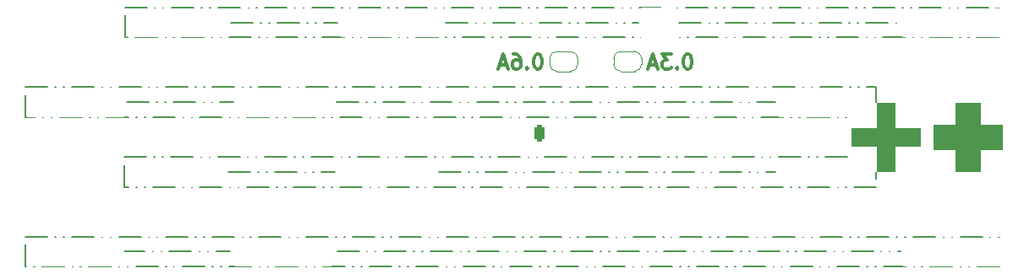
<source format=gbo>
G04 #@! TF.GenerationSoftware,KiCad,Pcbnew,9.0.2*
G04 #@! TF.CreationDate,2025-07-16T03:37:52+03:00*
G04 #@! TF.ProjectId,dcesc-ga25,64636573-632d-4676-9132-352e6b696361,rev?*
G04 #@! TF.SameCoordinates,Original*
G04 #@! TF.FileFunction,Legend,Bot*
G04 #@! TF.FilePolarity,Positive*
%FSLAX46Y46*%
G04 Gerber Fmt 4.6, Leading zero omitted, Abs format (unit mm)*
G04 Created by KiCad (PCBNEW 9.0.2) date 2025-07-16 03:37:52*
%MOMM*%
%LPD*%
G01*
G04 APERTURE LIST*
G04 Aperture macros list*
%AMRoundRect*
0 Rectangle with rounded corners*
0 $1 Rounding radius*
0 $2 $3 $4 $5 $6 $7 $8 $9 X,Y pos of 4 corners*
0 Add a 4 corners polygon primitive as box body*
4,1,4,$2,$3,$4,$5,$6,$7,$8,$9,$2,$3,0*
0 Add four circle primitives for the rounded corners*
1,1,$1+$1,$2,$3*
1,1,$1+$1,$4,$5*
1,1,$1+$1,$6,$7*
1,1,$1+$1,$8,$9*
0 Add four rect primitives between the rounded corners*
20,1,$1+$1,$2,$3,$4,$5,0*
20,1,$1+$1,$4,$5,$6,$7,0*
20,1,$1+$1,$6,$7,$8,$9,0*
20,1,$1+$1,$8,$9,$2,$3,0*%
%AMFreePoly0*
4,1,23,0.500000,-0.750000,0.000000,-0.750000,0.000000,-0.745722,-0.065263,-0.745722,-0.191342,-0.711940,-0.304381,-0.646677,-0.396677,-0.554381,-0.461940,-0.441342,-0.495722,-0.315263,-0.495722,-0.250000,-0.500000,-0.250000,-0.500000,0.250000,-0.495722,0.250000,-0.495722,0.315263,-0.461940,0.441342,-0.396677,0.554381,-0.304381,0.646677,-0.191342,0.711940,-0.065263,0.745722,0.000000,0.745722,
0.000000,0.750000,0.500000,0.750000,0.500000,-0.750000,0.500000,-0.750000,$1*%
%AMFreePoly1*
4,1,23,0.000000,0.745722,0.065263,0.745722,0.191342,0.711940,0.304381,0.646677,0.396677,0.554381,0.461940,0.441342,0.495722,0.315263,0.495722,0.250000,0.500000,0.250000,0.500000,-0.250000,0.495722,-0.250000,0.495722,-0.315263,0.461940,-0.441342,0.396677,-0.554381,0.304381,-0.646677,0.191342,-0.711940,0.065263,-0.745722,0.000000,-0.745722,0.000000,-0.750000,-0.500000,-0.750000,
-0.500000,0.750000,0.000000,0.750000,0.000000,0.745722,0.000000,0.745722,$1*%
G04 Aperture macros list end*
%ADD10C,0.200000*%
%ADD11C,0.300000*%
%ADD12C,0.120000*%
%ADD13C,0.100000*%
%ADD14RoundRect,1.000000X0.000010X0.000010X-0.000010X0.000010X-0.000010X-0.000010X0.000010X-0.000010X0*%
%ADD15C,2.000000*%
%ADD16RoundRect,2.249998X-1.250002X-1.250002X1.250002X-1.250002X1.250002X1.250002X-1.250002X1.250002X0*%
%ADD17C,3.200000*%
%ADD18RoundRect,0.250000X-0.265000X-0.615000X0.265000X-0.615000X0.265000X0.615000X-0.265000X0.615000X0*%
%ADD19O,1.030000X1.730000*%
%ADD20C,1.020000*%
%ADD21RoundRect,0.250001X-0.499999X-0.499999X0.499999X-0.499999X0.499999X0.499999X-0.499999X0.499999X0*%
%ADD22C,1.500000*%
%ADD23RoundRect,1.400000X0.800000X-0.800000X0.800000X0.800000X-0.800000X0.800000X-0.800000X-0.800000X0*%
%ADD24RoundRect,0.250000X-0.615000X0.265000X-0.615000X-0.265000X0.615000X-0.265000X0.615000X0.265000X0*%
%ADD25O,1.730000X1.030000*%
%ADD26C,0.770000*%
%ADD27C,0.520000*%
%ADD28O,1.304000X2.404000*%
%ADD29C,1.200000*%
%ADD30RoundRect,0.250000X-0.750000X0.600000X-0.750000X-0.600000X0.750000X-0.600000X0.750000X0.600000X0*%
%ADD31O,2.000000X1.700000*%
%ADD32RoundRect,2.559998X-0.940002X-0.940002X0.940002X-0.940002X0.940002X0.940002X-0.940002X0.940002X0*%
%ADD33RoundRect,1.000000X0.000011X0.000009X-0.000009X0.000011X-0.000011X-0.000009X0.000009X-0.000011X0*%
%ADD34RoundRect,1.000000X0.000009X0.000011X-0.000011X0.000009X-0.000009X-0.000011X0.000011X-0.000009X0*%
%ADD35RoundRect,1.400000X-0.800000X0.800000X-0.800000X-0.800000X0.800000X-0.800000X0.800000X0.800000X0*%
%ADD36FreePoly0,0.000000*%
%ADD37FreePoly1,0.000000*%
%ADD38FreePoly0,180.000000*%
%ADD39FreePoly1,180.000000*%
G04 APERTURE END LIST*
D10*
X111950000Y-71500000D02*
X114150000Y-71500000D01*
X114950000Y-71500000D02*
X114990000Y-71500000D01*
X115790000Y-71500000D02*
X115830000Y-71500000D01*
X116630000Y-71500000D02*
X118830000Y-71500000D01*
X119630000Y-71500000D02*
X119670000Y-71500000D01*
X120470000Y-71500000D02*
X120510000Y-71500000D01*
X121310000Y-71500000D02*
X122650000Y-71500000D01*
X122100000Y-78500000D02*
X124300000Y-78500000D01*
X125100000Y-78500000D02*
X125140000Y-78500000D01*
X125940000Y-78500000D02*
X125980000Y-78500000D01*
X126780000Y-78500000D02*
X128980000Y-78500000D01*
X129780000Y-78500000D02*
X129820000Y-78500000D01*
X130620000Y-78500000D02*
X130660000Y-78500000D01*
X131460000Y-78500000D02*
X132800000Y-78500000D01*
X111700000Y-77000000D02*
X113900000Y-77000000D01*
X114700000Y-77000000D02*
X114740000Y-77000000D01*
X115540000Y-77000000D02*
X115580000Y-77000000D01*
X116380000Y-77000000D02*
X118580000Y-77000000D01*
X119380000Y-77000000D02*
X119420000Y-77000000D01*
X120220000Y-77000000D02*
X120260000Y-77000000D01*
X121060000Y-77000000D02*
X123260000Y-77000000D01*
X124060000Y-77000000D02*
X124100000Y-77000000D01*
X124900000Y-77000000D02*
X124940000Y-77000000D01*
X125740000Y-77000000D02*
X127940000Y-77000000D01*
X128740000Y-77000000D02*
X128780000Y-77000000D01*
X129580000Y-77000000D02*
X129620000Y-77000000D01*
X130420000Y-77000000D02*
X132620000Y-77000000D01*
X133420000Y-77000000D02*
X133460000Y-77000000D01*
X134260000Y-77000000D02*
X134300000Y-77000000D01*
X135100000Y-77000000D02*
X137300000Y-77000000D01*
X138100000Y-77000000D02*
X138140000Y-77000000D01*
X138940000Y-77000000D02*
X138980000Y-77000000D01*
X139780000Y-77000000D02*
X141980000Y-77000000D01*
X142780000Y-77000000D02*
X142820000Y-77000000D01*
X143620000Y-77000000D02*
X143660000Y-77000000D01*
X144460000Y-77000000D02*
X146660000Y-77000000D01*
X147460000Y-77000000D02*
X147500000Y-77000000D01*
X148300000Y-77000000D02*
X148340000Y-77000000D01*
X149140000Y-77000000D02*
X151340000Y-77000000D01*
X152140000Y-77000000D02*
X152180000Y-77000000D01*
X152980000Y-77000000D02*
X153020000Y-77000000D01*
X153820000Y-77000000D02*
X156020000Y-77000000D01*
X156820000Y-77000000D02*
X156860000Y-77000000D01*
X157660000Y-77000000D02*
X157700000Y-77000000D01*
X158500000Y-77000000D02*
X160700000Y-77000000D01*
X161500000Y-77000000D02*
X161540000Y-77000000D01*
X162340000Y-77000000D02*
X162380000Y-77000000D01*
X163180000Y-77000000D02*
X165380000Y-77000000D01*
X166180000Y-77000000D02*
X166220000Y-77000000D01*
X167020000Y-77000000D02*
X167060000Y-77000000D01*
X167860000Y-77000000D02*
X170060000Y-77000000D01*
X170860000Y-77000000D02*
X170900000Y-77000000D01*
X171700000Y-77000000D02*
X171740000Y-77000000D01*
X172540000Y-77000000D02*
X174740000Y-77000000D01*
X175540000Y-77000000D02*
X175580000Y-77000000D01*
X176380000Y-77000000D02*
X176420000Y-77000000D01*
X177220000Y-77000000D02*
X179420000Y-77000000D01*
X180220000Y-77000000D02*
X180260000Y-77000000D01*
X181060000Y-77000000D02*
X181100000Y-77000000D01*
X181900000Y-77000000D02*
X184100000Y-77000000D01*
X184900000Y-77000000D02*
X184940000Y-77000000D01*
X185740000Y-77000000D02*
X185780000Y-77000000D01*
X186580000Y-77000000D02*
X187000000Y-77000000D01*
X187000000Y-77000000D02*
X187000000Y-79200000D01*
X187000000Y-80000000D02*
X187000000Y-80000000D01*
X187000000Y-80000000D02*
X184800000Y-80000000D01*
X184000000Y-80000000D02*
X183960000Y-80000000D01*
X183160000Y-80000000D02*
X183120000Y-80000000D01*
X182320000Y-80000000D02*
X180120000Y-80000000D01*
X179320000Y-80000000D02*
X179280000Y-80000000D01*
X178480000Y-80000000D02*
X178440000Y-80000000D01*
X177640000Y-80000000D02*
X175440000Y-80000000D01*
X174640000Y-80000000D02*
X174600000Y-80000000D01*
X173800000Y-80000000D02*
X173760000Y-80000000D01*
X172960000Y-80000000D02*
X170760000Y-80000000D01*
X169960000Y-80000000D02*
X169920000Y-80000000D01*
X169120000Y-80000000D02*
X169080000Y-80000000D01*
X168280000Y-80000000D02*
X166080000Y-80000000D01*
X165280000Y-80000000D02*
X165240000Y-80000000D01*
X164440000Y-80000000D02*
X164400000Y-80000000D01*
X163600000Y-80000000D02*
X161400000Y-80000000D01*
X160600000Y-80000000D02*
X160560000Y-80000000D01*
X159760000Y-80000000D02*
X159720000Y-80000000D01*
X158920000Y-80000000D02*
X156720000Y-80000000D01*
X155920000Y-80000000D02*
X155880000Y-80000000D01*
X155080000Y-80000000D02*
X155040000Y-80000000D01*
X154240000Y-80000000D02*
X152040000Y-80000000D01*
X151240000Y-80000000D02*
X151200000Y-80000000D01*
X150400000Y-80000000D02*
X150360000Y-80000000D01*
X149560000Y-80000000D02*
X147360000Y-80000000D01*
X146560000Y-80000000D02*
X146520000Y-80000000D01*
X145720000Y-80000000D02*
X145680000Y-80000000D01*
X144880000Y-80000000D02*
X142680000Y-80000000D01*
X141880000Y-80000000D02*
X141840000Y-80000000D01*
X141040000Y-80000000D02*
X141000000Y-80000000D01*
X140200000Y-80000000D02*
X138000000Y-80000000D01*
X137200000Y-80000000D02*
X137160000Y-80000000D01*
X136360000Y-80000000D02*
X136320000Y-80000000D01*
X135520000Y-80000000D02*
X133320000Y-80000000D01*
X132520000Y-80000000D02*
X132480000Y-80000000D01*
X131680000Y-80000000D02*
X131640000Y-80000000D01*
X130840000Y-80000000D02*
X128640000Y-80000000D01*
X127840000Y-80000000D02*
X127800000Y-80000000D01*
X127000000Y-80000000D02*
X126960000Y-80000000D01*
X126160000Y-80000000D02*
X123960000Y-80000000D01*
X123160000Y-80000000D02*
X123120000Y-80000000D01*
X122320000Y-80000000D02*
X122280000Y-80000000D01*
X121480000Y-80000000D02*
X119280000Y-80000000D01*
X118480000Y-80000000D02*
X118440000Y-80000000D01*
X117640000Y-80000000D02*
X117600000Y-80000000D01*
X116800000Y-80000000D02*
X114600000Y-80000000D01*
X113800000Y-80000000D02*
X113760000Y-80000000D01*
X112960000Y-80000000D02*
X112920000Y-80000000D01*
X112120000Y-80000000D02*
X111700000Y-80000000D01*
X111700000Y-80000000D02*
X111700000Y-77800000D01*
X111700000Y-77000000D02*
X111700000Y-77000000D01*
X133000000Y-86500000D02*
X135200000Y-86500000D01*
X136000000Y-86500000D02*
X136040000Y-86500000D01*
X136840000Y-86500000D02*
X136880000Y-86500000D01*
X137680000Y-86500000D02*
X139880000Y-86500000D01*
X140680000Y-86500000D02*
X140720000Y-86500000D01*
X141520000Y-86500000D02*
X141560000Y-86500000D01*
X142360000Y-86500000D02*
X144560000Y-86500000D01*
X145360000Y-86500000D02*
X145400000Y-86500000D01*
X146200000Y-86500000D02*
X146240000Y-86500000D01*
X147040000Y-86500000D02*
X149240000Y-86500000D01*
X150040000Y-86500000D02*
X150080000Y-86500000D01*
X150880000Y-86500000D02*
X150920000Y-86500000D01*
X151720000Y-86500000D02*
X153920000Y-86500000D01*
X154720000Y-86500000D02*
X154760000Y-86500000D01*
X155560000Y-86500000D02*
X155600000Y-86500000D01*
X156400000Y-86500000D02*
X158600000Y-86500000D01*
X159400000Y-86500000D02*
X159440000Y-86500000D01*
X160240000Y-86500000D02*
X160280000Y-86500000D01*
X161080000Y-86500000D02*
X163280000Y-86500000D01*
X164080000Y-86500000D02*
X164120000Y-86500000D01*
X164920000Y-86500000D02*
X164960000Y-86500000D01*
X165760000Y-86500000D02*
X167960000Y-86500000D01*
X168760000Y-86500000D02*
X168800000Y-86500000D01*
X169600000Y-86500000D02*
X169640000Y-86500000D01*
X170440000Y-86500000D02*
X172640000Y-86500000D01*
X173440000Y-86500000D02*
X173480000Y-86500000D01*
X174280000Y-86500000D02*
X174320000Y-86500000D01*
X175120000Y-86500000D02*
X177320000Y-86500000D01*
X178120000Y-86500000D02*
X178160000Y-86500000D01*
X178960000Y-86500000D02*
X179000000Y-86500000D01*
X179800000Y-86500000D02*
X182000000Y-86500000D01*
X182800000Y-86500000D02*
X182840000Y-86500000D01*
X183640000Y-86500000D02*
X183680000Y-86500000D01*
X184480000Y-86500000D02*
X186680000Y-86500000D01*
X187480000Y-86500000D02*
X187520000Y-86500000D01*
X188320000Y-86500000D02*
X188360000Y-86500000D01*
X189160000Y-86500000D02*
X189400000Y-86500000D01*
X111750000Y-62000000D02*
X113950000Y-62000000D01*
X114750000Y-62000000D02*
X114790000Y-62000000D01*
X115590000Y-62000000D02*
X115630000Y-62000000D01*
X116430000Y-62000000D02*
X118630000Y-62000000D01*
X119430000Y-62000000D02*
X119470000Y-62000000D01*
X120270000Y-62000000D02*
X120310000Y-62000000D01*
X121110000Y-62000000D02*
X123310000Y-62000000D01*
X124110000Y-62000000D02*
X124150000Y-62000000D01*
X124950000Y-62000000D02*
X124990000Y-62000000D01*
X125790000Y-62000000D02*
X127990000Y-62000000D01*
X128790000Y-62000000D02*
X128830000Y-62000000D01*
X129630000Y-62000000D02*
X129670000Y-62000000D01*
X130470000Y-62000000D02*
X132670000Y-62000000D01*
X133470000Y-62000000D02*
X133510000Y-62000000D01*
X134310000Y-62000000D02*
X134350000Y-62000000D01*
X135150000Y-62000000D02*
X137350000Y-62000000D01*
X138150000Y-62000000D02*
X138190000Y-62000000D01*
X138990000Y-62000000D02*
X139030000Y-62000000D01*
X139830000Y-62000000D02*
X142030000Y-62000000D01*
X142830000Y-62000000D02*
X142870000Y-62000000D01*
X143670000Y-62000000D02*
X143710000Y-62000000D01*
X144510000Y-62000000D02*
X146710000Y-62000000D01*
X147510000Y-62000000D02*
X147550000Y-62000000D01*
X148350000Y-62000000D02*
X148390000Y-62000000D01*
X149190000Y-62000000D02*
X151390000Y-62000000D01*
X152190000Y-62000000D02*
X152230000Y-62000000D01*
X153030000Y-62000000D02*
X153070000Y-62000000D01*
X153870000Y-62000000D02*
X156070000Y-62000000D01*
X156870000Y-62000000D02*
X156910000Y-62000000D01*
X157710000Y-62000000D02*
X157750000Y-62000000D01*
X158550000Y-62000000D02*
X160750000Y-62000000D01*
X161550000Y-62000000D02*
X161590000Y-62000000D01*
X162390000Y-62000000D02*
X162430000Y-62000000D01*
X163230000Y-62000000D02*
X165430000Y-62000000D01*
X166230000Y-62000000D02*
X166270000Y-62000000D01*
X167070000Y-62000000D02*
X167110000Y-62000000D01*
X167910000Y-62000000D02*
X170110000Y-62000000D01*
X170910000Y-62000000D02*
X170950000Y-62000000D01*
X171750000Y-62000000D02*
X171790000Y-62000000D01*
X172590000Y-62000000D02*
X174790000Y-62000000D01*
X175590000Y-62000000D02*
X175630000Y-62000000D01*
X176430000Y-62000000D02*
X176470000Y-62000000D01*
X177270000Y-62000000D02*
X179470000Y-62000000D01*
X180270000Y-62000000D02*
X180310000Y-62000000D01*
X181110000Y-62000000D02*
X181150000Y-62000000D01*
X181950000Y-62000000D02*
X184150000Y-62000000D01*
X184950000Y-62000000D02*
X184990000Y-62000000D01*
X185790000Y-62000000D02*
X185830000Y-62000000D01*
X186630000Y-62000000D02*
X188830000Y-62000000D01*
X189630000Y-62000000D02*
X189670000Y-62000000D01*
X190470000Y-62000000D02*
X190510000Y-62000000D01*
X191310000Y-62000000D02*
X193510000Y-62000000D01*
X194310000Y-62000000D02*
X194350000Y-62000000D01*
X195150000Y-62000000D02*
X195190000Y-62000000D01*
X195990000Y-62000000D02*
X198190000Y-62000000D01*
X198990000Y-62000000D02*
X199030000Y-62000000D01*
X199250000Y-62000000D02*
X199250000Y-64200000D01*
X199250000Y-65000000D02*
X199250000Y-65000000D01*
X199250000Y-65000000D02*
X197050000Y-65000000D01*
X196250000Y-65000000D02*
X196210000Y-65000000D01*
X195410000Y-65000000D02*
X195370000Y-65000000D01*
X194570000Y-65000000D02*
X192370000Y-65000000D01*
X191570000Y-65000000D02*
X191530000Y-65000000D01*
X190730000Y-65000000D02*
X190690000Y-65000000D01*
X189890000Y-65000000D02*
X187690000Y-65000000D01*
X186890000Y-65000000D02*
X186850000Y-65000000D01*
X186050000Y-65000000D02*
X186010000Y-65000000D01*
X185210000Y-65000000D02*
X183010000Y-65000000D01*
X182210000Y-65000000D02*
X182170000Y-65000000D01*
X181370000Y-65000000D02*
X181330000Y-65000000D01*
X180530000Y-65000000D02*
X178330000Y-65000000D01*
X177530000Y-65000000D02*
X177490000Y-65000000D01*
X176690000Y-65000000D02*
X176650000Y-65000000D01*
X175850000Y-65000000D02*
X173650000Y-65000000D01*
X172850000Y-65000000D02*
X172810000Y-65000000D01*
X172010000Y-65000000D02*
X171970000Y-65000000D01*
X171170000Y-65000000D02*
X168970000Y-65000000D01*
X168170000Y-65000000D02*
X168130000Y-65000000D01*
X167330000Y-65000000D02*
X167290000Y-65000000D01*
X166490000Y-65000000D02*
X164290000Y-65000000D01*
X163490000Y-65000000D02*
X163450000Y-65000000D01*
X162650000Y-65000000D02*
X162610000Y-65000000D01*
X161810000Y-65000000D02*
X159610000Y-65000000D01*
X158810000Y-65000000D02*
X158770000Y-65000000D01*
X157970000Y-65000000D02*
X157930000Y-65000000D01*
X157130000Y-65000000D02*
X154930000Y-65000000D01*
X154130000Y-65000000D02*
X154090000Y-65000000D01*
X153290000Y-65000000D02*
X153250000Y-65000000D01*
X152450000Y-65000000D02*
X150250000Y-65000000D01*
X149450000Y-65000000D02*
X149410000Y-65000000D01*
X148610000Y-65000000D02*
X148570000Y-65000000D01*
X147770000Y-65000000D02*
X145570000Y-65000000D01*
X144770000Y-65000000D02*
X144730000Y-65000000D01*
X143930000Y-65000000D02*
X143890000Y-65000000D01*
X143090000Y-65000000D02*
X140890000Y-65000000D01*
X140090000Y-65000000D02*
X140050000Y-65000000D01*
X139250000Y-65000000D02*
X139210000Y-65000000D01*
X138410000Y-65000000D02*
X136210000Y-65000000D01*
X135410000Y-65000000D02*
X135370000Y-65000000D01*
X134570000Y-65000000D02*
X134530000Y-65000000D01*
X133730000Y-65000000D02*
X131530000Y-65000000D01*
X130730000Y-65000000D02*
X130690000Y-65000000D01*
X129890000Y-65000000D02*
X129850000Y-65000000D01*
X129050000Y-65000000D02*
X126850000Y-65000000D01*
X126050000Y-65000000D02*
X126010000Y-65000000D01*
X125210000Y-65000000D02*
X125170000Y-65000000D01*
X124370000Y-65000000D02*
X122170000Y-65000000D01*
X121370000Y-65000000D02*
X121330000Y-65000000D01*
X120530000Y-65000000D02*
X120490000Y-65000000D01*
X119690000Y-65000000D02*
X117490000Y-65000000D01*
X116690000Y-65000000D02*
X116650000Y-65000000D01*
X115850000Y-65000000D02*
X115810000Y-65000000D01*
X115010000Y-65000000D02*
X112810000Y-65000000D01*
X112010000Y-65000000D02*
X111970000Y-65000000D01*
X111750000Y-65000000D02*
X111750000Y-62800000D01*
X111750000Y-62000000D02*
X111750000Y-62000000D01*
X101800000Y-70000000D02*
X104000000Y-70000000D01*
X104800000Y-70000000D02*
X104840000Y-70000000D01*
X105640000Y-70000000D02*
X105680000Y-70000000D01*
X106480000Y-70000000D02*
X108680000Y-70000000D01*
X109480000Y-70000000D02*
X109520000Y-70000000D01*
X110320000Y-70000000D02*
X110360000Y-70000000D01*
X111160000Y-70000000D02*
X113360000Y-70000000D01*
X114160000Y-70000000D02*
X114200000Y-70000000D01*
X115000000Y-70000000D02*
X115040000Y-70000000D01*
X115840000Y-70000000D02*
X118040000Y-70000000D01*
X118840000Y-70000000D02*
X118880000Y-70000000D01*
X119680000Y-70000000D02*
X119720000Y-70000000D01*
X120520000Y-70000000D02*
X122720000Y-70000000D01*
X123520000Y-70000000D02*
X123560000Y-70000000D01*
X124360000Y-70000000D02*
X124400000Y-70000000D01*
X125200000Y-70000000D02*
X127400000Y-70000000D01*
X128200000Y-70000000D02*
X128240000Y-70000000D01*
X129040000Y-70000000D02*
X129080000Y-70000000D01*
X129880000Y-70000000D02*
X132080000Y-70000000D01*
X132880000Y-70000000D02*
X132920000Y-70000000D01*
X133720000Y-70000000D02*
X133760000Y-70000000D01*
X134560000Y-70000000D02*
X136760000Y-70000000D01*
X137560000Y-70000000D02*
X137600000Y-70000000D01*
X138400000Y-70000000D02*
X138440000Y-70000000D01*
X139240000Y-70000000D02*
X141440000Y-70000000D01*
X142240000Y-70000000D02*
X142280000Y-70000000D01*
X143080000Y-70000000D02*
X143120000Y-70000000D01*
X143920000Y-70000000D02*
X146120000Y-70000000D01*
X146920000Y-70000000D02*
X146960000Y-70000000D01*
X147760000Y-70000000D02*
X147800000Y-70000000D01*
X148600000Y-70000000D02*
X150800000Y-70000000D01*
X151600000Y-70000000D02*
X151640000Y-70000000D01*
X152440000Y-70000000D02*
X152480000Y-70000000D01*
X153280000Y-70000000D02*
X155480000Y-70000000D01*
X156280000Y-70000000D02*
X156320000Y-70000000D01*
X157120000Y-70000000D02*
X157160000Y-70000000D01*
X157960000Y-70000000D02*
X160160000Y-70000000D01*
X160960000Y-70000000D02*
X161000000Y-70000000D01*
X161800000Y-70000000D02*
X161840000Y-70000000D01*
X162640000Y-70000000D02*
X164840000Y-70000000D01*
X165640000Y-70000000D02*
X165680000Y-70000000D01*
X166480000Y-70000000D02*
X166520000Y-70000000D01*
X167320000Y-70000000D02*
X169520000Y-70000000D01*
X170320000Y-70000000D02*
X170360000Y-70000000D01*
X171160000Y-70000000D02*
X171200000Y-70000000D01*
X172000000Y-70000000D02*
X174200000Y-70000000D01*
X175000000Y-70000000D02*
X175040000Y-70000000D01*
X175840000Y-70000000D02*
X175880000Y-70000000D01*
X176680000Y-70000000D02*
X178880000Y-70000000D01*
X179680000Y-70000000D02*
X179720000Y-70000000D01*
X180520000Y-70000000D02*
X180560000Y-70000000D01*
X181360000Y-70000000D02*
X183560000Y-70000000D01*
X184360000Y-70000000D02*
X184400000Y-70000000D01*
X185200000Y-70000000D02*
X185240000Y-70000000D01*
X186040000Y-70000000D02*
X187000000Y-70000000D01*
X187000000Y-70000000D02*
X187000000Y-72200000D01*
X187000000Y-73000000D02*
X187000000Y-73000000D01*
X187000000Y-73000000D02*
X184800000Y-73000000D01*
X184000000Y-73000000D02*
X183960000Y-73000000D01*
X183160000Y-73000000D02*
X183120000Y-73000000D01*
X182320000Y-73000000D02*
X180120000Y-73000000D01*
X179320000Y-73000000D02*
X179280000Y-73000000D01*
X178480000Y-73000000D02*
X178440000Y-73000000D01*
X177640000Y-73000000D02*
X175440000Y-73000000D01*
X174640000Y-73000000D02*
X174600000Y-73000000D01*
X173800000Y-73000000D02*
X173760000Y-73000000D01*
X172960000Y-73000000D02*
X170760000Y-73000000D01*
X169960000Y-73000000D02*
X169920000Y-73000000D01*
X169120000Y-73000000D02*
X169080000Y-73000000D01*
X168280000Y-73000000D02*
X166080000Y-73000000D01*
X165280000Y-73000000D02*
X165240000Y-73000000D01*
X164440000Y-73000000D02*
X164400000Y-73000000D01*
X163600000Y-73000000D02*
X161400000Y-73000000D01*
X160600000Y-73000000D02*
X160560000Y-73000000D01*
X159760000Y-73000000D02*
X159720000Y-73000000D01*
X158920000Y-73000000D02*
X156720000Y-73000000D01*
X155920000Y-73000000D02*
X155880000Y-73000000D01*
X155080000Y-73000000D02*
X155040000Y-73000000D01*
X154240000Y-73000000D02*
X152040000Y-73000000D01*
X151240000Y-73000000D02*
X151200000Y-73000000D01*
X150400000Y-73000000D02*
X150360000Y-73000000D01*
X149560000Y-73000000D02*
X147360000Y-73000000D01*
X146560000Y-73000000D02*
X146520000Y-73000000D01*
X145720000Y-73000000D02*
X145680000Y-73000000D01*
X144880000Y-73000000D02*
X142680000Y-73000000D01*
X141880000Y-73000000D02*
X141840000Y-73000000D01*
X141040000Y-73000000D02*
X141000000Y-73000000D01*
X140200000Y-73000000D02*
X138000000Y-73000000D01*
X137200000Y-73000000D02*
X137160000Y-73000000D01*
X136360000Y-73000000D02*
X136320000Y-73000000D01*
X135520000Y-73000000D02*
X133320000Y-73000000D01*
X132520000Y-73000000D02*
X132480000Y-73000000D01*
X131680000Y-73000000D02*
X131640000Y-73000000D01*
X130840000Y-73000000D02*
X128640000Y-73000000D01*
X127840000Y-73000000D02*
X127800000Y-73000000D01*
X127000000Y-73000000D02*
X126960000Y-73000000D01*
X126160000Y-73000000D02*
X123960000Y-73000000D01*
X123160000Y-73000000D02*
X123120000Y-73000000D01*
X122320000Y-73000000D02*
X122280000Y-73000000D01*
X121480000Y-73000000D02*
X119280000Y-73000000D01*
X118480000Y-73000000D02*
X118440000Y-73000000D01*
X117640000Y-73000000D02*
X117600000Y-73000000D01*
X116800000Y-73000000D02*
X114600000Y-73000000D01*
X113800000Y-73000000D02*
X113760000Y-73000000D01*
X112960000Y-73000000D02*
X112920000Y-73000000D01*
X112120000Y-73000000D02*
X109920000Y-73000000D01*
X109120000Y-73000000D02*
X109080000Y-73000000D01*
X108280000Y-73000000D02*
X108240000Y-73000000D01*
X107440000Y-73000000D02*
X105240000Y-73000000D01*
X104440000Y-73000000D02*
X104400000Y-73000000D01*
X103600000Y-73000000D02*
X103560000Y-73000000D01*
X102760000Y-73000000D02*
X101800000Y-73000000D01*
X101800000Y-73000000D02*
X101800000Y-70800000D01*
X101800000Y-70000000D02*
X101800000Y-70000000D01*
X143200000Y-78500000D02*
X145400000Y-78500000D01*
X146200000Y-78500000D02*
X146240000Y-78500000D01*
X147040000Y-78500000D02*
X147080000Y-78500000D01*
X147880000Y-78500000D02*
X150080000Y-78500000D01*
X150880000Y-78500000D02*
X150920000Y-78500000D01*
X151720000Y-78500000D02*
X151760000Y-78500000D01*
X152560000Y-78500000D02*
X154760000Y-78500000D01*
X155560000Y-78500000D02*
X155600000Y-78500000D01*
X156400000Y-78500000D02*
X156440000Y-78500000D01*
X157240000Y-78500000D02*
X159440000Y-78500000D01*
X160240000Y-78500000D02*
X160280000Y-78500000D01*
X161080000Y-78500000D02*
X161120000Y-78500000D01*
X161920000Y-78500000D02*
X164120000Y-78500000D01*
X164920000Y-78500000D02*
X164960000Y-78500000D01*
X165760000Y-78500000D02*
X165800000Y-78500000D01*
X166600000Y-78500000D02*
X168800000Y-78500000D01*
X169600000Y-78500000D02*
X169640000Y-78500000D01*
X170440000Y-78500000D02*
X170480000Y-78500000D01*
X171280000Y-78500000D02*
X173480000Y-78500000D01*
X174280000Y-78500000D02*
X174320000Y-78500000D01*
X175120000Y-78500000D02*
X175160000Y-78500000D01*
X175960000Y-78500000D02*
X176900000Y-78500000D01*
X132950000Y-71500000D02*
X135150000Y-71500000D01*
X135950000Y-71500000D02*
X135990000Y-71500000D01*
X136790000Y-71500000D02*
X136830000Y-71500000D01*
X137630000Y-71500000D02*
X139830000Y-71500000D01*
X140630000Y-71500000D02*
X140670000Y-71500000D01*
X141470000Y-71500000D02*
X141510000Y-71500000D01*
X142310000Y-71500000D02*
X144510000Y-71500000D01*
X145310000Y-71500000D02*
X145350000Y-71500000D01*
X146150000Y-71500000D02*
X146190000Y-71500000D01*
X146990000Y-71500000D02*
X149190000Y-71500000D01*
X149990000Y-71500000D02*
X150030000Y-71500000D01*
X150830000Y-71500000D02*
X150870000Y-71500000D01*
X151670000Y-71500000D02*
X153870000Y-71500000D01*
X154670000Y-71500000D02*
X154710000Y-71500000D01*
X155510000Y-71500000D02*
X155550000Y-71500000D01*
X156350000Y-71500000D02*
X158550000Y-71500000D01*
X159350000Y-71500000D02*
X159390000Y-71500000D01*
X160190000Y-71500000D02*
X160230000Y-71500000D01*
X161030000Y-71500000D02*
X163230000Y-71500000D01*
X164030000Y-71500000D02*
X164070000Y-71500000D01*
X164870000Y-71500000D02*
X164910000Y-71500000D01*
X165710000Y-71500000D02*
X167910000Y-71500000D01*
X168710000Y-71500000D02*
X168750000Y-71500000D01*
X169550000Y-71500000D02*
X169590000Y-71500000D01*
X170390000Y-71500000D02*
X172590000Y-71500000D01*
X173390000Y-71500000D02*
X173430000Y-71500000D01*
X174230000Y-71500000D02*
X174270000Y-71500000D01*
X175070000Y-71500000D02*
X176900000Y-71500000D01*
X122350000Y-63500000D02*
X124550000Y-63500000D01*
X125350000Y-63500000D02*
X125390000Y-63500000D01*
X126190000Y-63500000D02*
X126230000Y-63500000D01*
X127030000Y-63500000D02*
X129230000Y-63500000D01*
X130030000Y-63500000D02*
X130070000Y-63500000D01*
X130870000Y-63500000D02*
X130910000Y-63500000D01*
X131710000Y-63500000D02*
X133050000Y-63500000D01*
X167250000Y-63500000D02*
X169450000Y-63500000D01*
X170250000Y-63500000D02*
X170290000Y-63500000D01*
X171090000Y-63500000D02*
X171130000Y-63500000D01*
X171930000Y-63500000D02*
X174130000Y-63500000D01*
X174930000Y-63500000D02*
X174970000Y-63500000D01*
X175770000Y-63500000D02*
X175810000Y-63500000D01*
X176610000Y-63500000D02*
X178810000Y-63500000D01*
X179610000Y-63500000D02*
X179650000Y-63500000D01*
X180450000Y-63500000D02*
X180490000Y-63500000D01*
X181290000Y-63500000D02*
X183490000Y-63500000D01*
X184290000Y-63500000D02*
X184330000Y-63500000D01*
X185130000Y-63500000D02*
X185170000Y-63500000D01*
X185970000Y-63500000D02*
X188170000Y-63500000D01*
X188970000Y-63500000D02*
X189010000Y-63500000D01*
X111550000Y-86500000D02*
X113750000Y-86500000D01*
X114550000Y-86500000D02*
X114590000Y-86500000D01*
X115390000Y-86500000D02*
X115430000Y-86500000D01*
X116230000Y-86500000D02*
X118430000Y-86500000D01*
X119230000Y-86500000D02*
X119270000Y-86500000D01*
X120070000Y-86500000D02*
X120110000Y-86500000D01*
X120910000Y-86500000D02*
X122250000Y-86500000D01*
X101800000Y-85000000D02*
X104000000Y-85000000D01*
X104800000Y-85000000D02*
X104840000Y-85000000D01*
X105640000Y-85000000D02*
X105680000Y-85000000D01*
X106480000Y-85000000D02*
X108680000Y-85000000D01*
X109480000Y-85000000D02*
X109520000Y-85000000D01*
X110320000Y-85000000D02*
X110360000Y-85000000D01*
X111160000Y-85000000D02*
X113360000Y-85000000D01*
X114160000Y-85000000D02*
X114200000Y-85000000D01*
X115000000Y-85000000D02*
X115040000Y-85000000D01*
X115840000Y-85000000D02*
X118040000Y-85000000D01*
X118840000Y-85000000D02*
X118880000Y-85000000D01*
X119680000Y-85000000D02*
X119720000Y-85000000D01*
X120520000Y-85000000D02*
X122720000Y-85000000D01*
X123520000Y-85000000D02*
X123560000Y-85000000D01*
X124360000Y-85000000D02*
X124400000Y-85000000D01*
X125200000Y-85000000D02*
X127400000Y-85000000D01*
X128200000Y-85000000D02*
X128240000Y-85000000D01*
X129040000Y-85000000D02*
X129080000Y-85000000D01*
X129880000Y-85000000D02*
X132080000Y-85000000D01*
X132880000Y-85000000D02*
X132920000Y-85000000D01*
X133720000Y-85000000D02*
X133760000Y-85000000D01*
X134560000Y-85000000D02*
X136760000Y-85000000D01*
X137560000Y-85000000D02*
X137600000Y-85000000D01*
X138400000Y-85000000D02*
X138440000Y-85000000D01*
X139240000Y-85000000D02*
X141440000Y-85000000D01*
X142240000Y-85000000D02*
X142280000Y-85000000D01*
X143080000Y-85000000D02*
X143120000Y-85000000D01*
X143920000Y-85000000D02*
X146120000Y-85000000D01*
X146920000Y-85000000D02*
X146960000Y-85000000D01*
X147760000Y-85000000D02*
X147800000Y-85000000D01*
X148600000Y-85000000D02*
X150800000Y-85000000D01*
X151600000Y-85000000D02*
X151640000Y-85000000D01*
X152440000Y-85000000D02*
X152480000Y-85000000D01*
X153280000Y-85000000D02*
X155480000Y-85000000D01*
X156280000Y-85000000D02*
X156320000Y-85000000D01*
X157120000Y-85000000D02*
X157160000Y-85000000D01*
X157960000Y-85000000D02*
X160160000Y-85000000D01*
X160960000Y-85000000D02*
X161000000Y-85000000D01*
X161800000Y-85000000D02*
X161840000Y-85000000D01*
X162640000Y-85000000D02*
X164840000Y-85000000D01*
X165640000Y-85000000D02*
X165680000Y-85000000D01*
X166480000Y-85000000D02*
X166520000Y-85000000D01*
X167320000Y-85000000D02*
X169520000Y-85000000D01*
X170320000Y-85000000D02*
X170360000Y-85000000D01*
X171160000Y-85000000D02*
X171200000Y-85000000D01*
X172000000Y-85000000D02*
X174200000Y-85000000D01*
X175000000Y-85000000D02*
X175040000Y-85000000D01*
X175840000Y-85000000D02*
X175880000Y-85000000D01*
X176680000Y-85000000D02*
X178880000Y-85000000D01*
X179680000Y-85000000D02*
X179720000Y-85000000D01*
X180520000Y-85000000D02*
X180560000Y-85000000D01*
X181360000Y-85000000D02*
X183560000Y-85000000D01*
X184360000Y-85000000D02*
X184400000Y-85000000D01*
X185200000Y-85000000D02*
X185240000Y-85000000D01*
X186040000Y-85000000D02*
X188240000Y-85000000D01*
X189040000Y-85000000D02*
X189080000Y-85000000D01*
X189880000Y-85000000D02*
X189920000Y-85000000D01*
X190720000Y-85000000D02*
X192920000Y-85000000D01*
X193720000Y-85000000D02*
X193760000Y-85000000D01*
X194560000Y-85000000D02*
X194600000Y-85000000D01*
X195400000Y-85000000D02*
X197600000Y-85000000D01*
X198400000Y-85000000D02*
X198440000Y-85000000D01*
X199240000Y-85000000D02*
X199280000Y-85000000D01*
X199300000Y-85000000D02*
X199300000Y-87200000D01*
X199300000Y-88000000D02*
X199300000Y-88000000D01*
X199300000Y-88000000D02*
X197100000Y-88000000D01*
X196300000Y-88000000D02*
X196260000Y-88000000D01*
X195460000Y-88000000D02*
X195420000Y-88000000D01*
X194620000Y-88000000D02*
X192420000Y-88000000D01*
X191620000Y-88000000D02*
X191580000Y-88000000D01*
X190780000Y-88000000D02*
X190740000Y-88000000D01*
X189940000Y-88000000D02*
X187740000Y-88000000D01*
X186940000Y-88000000D02*
X186900000Y-88000000D01*
X186100000Y-88000000D02*
X186060000Y-88000000D01*
X185260000Y-88000000D02*
X183060000Y-88000000D01*
X182260000Y-88000000D02*
X182220000Y-88000000D01*
X181420000Y-88000000D02*
X181380000Y-88000000D01*
X180580000Y-88000000D02*
X178380000Y-88000000D01*
X177580000Y-88000000D02*
X177540000Y-88000000D01*
X176740000Y-88000000D02*
X176700000Y-88000000D01*
X175900000Y-88000000D02*
X173700000Y-88000000D01*
X172900000Y-88000000D02*
X172860000Y-88000000D01*
X172060000Y-88000000D02*
X172020000Y-88000000D01*
X171220000Y-88000000D02*
X169020000Y-88000000D01*
X168220000Y-88000000D02*
X168180000Y-88000000D01*
X167380000Y-88000000D02*
X167340000Y-88000000D01*
X166540000Y-88000000D02*
X164340000Y-88000000D01*
X163540000Y-88000000D02*
X163500000Y-88000000D01*
X162700000Y-88000000D02*
X162660000Y-88000000D01*
X161860000Y-88000000D02*
X159660000Y-88000000D01*
X158860000Y-88000000D02*
X158820000Y-88000000D01*
X158020000Y-88000000D02*
X157980000Y-88000000D01*
X157180000Y-88000000D02*
X154980000Y-88000000D01*
X154180000Y-88000000D02*
X154140000Y-88000000D01*
X153340000Y-88000000D02*
X153300000Y-88000000D01*
X152500000Y-88000000D02*
X150300000Y-88000000D01*
X149500000Y-88000000D02*
X149460000Y-88000000D01*
X148660000Y-88000000D02*
X148620000Y-88000000D01*
X147820000Y-88000000D02*
X145620000Y-88000000D01*
X144820000Y-88000000D02*
X144780000Y-88000000D01*
X143980000Y-88000000D02*
X143940000Y-88000000D01*
X143140000Y-88000000D02*
X140940000Y-88000000D01*
X140140000Y-88000000D02*
X140100000Y-88000000D01*
X139300000Y-88000000D02*
X139260000Y-88000000D01*
X138460000Y-88000000D02*
X136260000Y-88000000D01*
X135460000Y-88000000D02*
X135420000Y-88000000D01*
X134620000Y-88000000D02*
X134580000Y-88000000D01*
X133780000Y-88000000D02*
X131580000Y-88000000D01*
X130780000Y-88000000D02*
X130740000Y-88000000D01*
X129940000Y-88000000D02*
X129900000Y-88000000D01*
X129100000Y-88000000D02*
X126900000Y-88000000D01*
X126100000Y-88000000D02*
X126060000Y-88000000D01*
X125260000Y-88000000D02*
X125220000Y-88000000D01*
X124420000Y-88000000D02*
X122220000Y-88000000D01*
X121420000Y-88000000D02*
X121380000Y-88000000D01*
X120580000Y-88000000D02*
X120540000Y-88000000D01*
X119740000Y-88000000D02*
X117540000Y-88000000D01*
X116740000Y-88000000D02*
X116700000Y-88000000D01*
X115900000Y-88000000D02*
X115860000Y-88000000D01*
X115060000Y-88000000D02*
X112860000Y-88000000D01*
X112060000Y-88000000D02*
X112020000Y-88000000D01*
X111220000Y-88000000D02*
X111180000Y-88000000D01*
X110380000Y-88000000D02*
X108180000Y-88000000D01*
X107380000Y-88000000D02*
X107340000Y-88000000D01*
X106540000Y-88000000D02*
X106500000Y-88000000D01*
X105700000Y-88000000D02*
X103500000Y-88000000D01*
X102700000Y-88000000D02*
X102660000Y-88000000D01*
X101860000Y-88000000D02*
X101820000Y-88000000D01*
X101800000Y-88000000D02*
X101800000Y-85800000D01*
X101800000Y-85000000D02*
X101800000Y-85000000D01*
X143900000Y-63500000D02*
X146100000Y-63500000D01*
X146900000Y-63500000D02*
X146940000Y-63500000D01*
X147740000Y-63500000D02*
X147780000Y-63500000D01*
X148580000Y-63500000D02*
X150780000Y-63500000D01*
X151580000Y-63500000D02*
X151620000Y-63500000D01*
X152420000Y-63500000D02*
X152460000Y-63500000D01*
X153260000Y-63500000D02*
X155460000Y-63500000D01*
X156260000Y-63500000D02*
X156300000Y-63500000D01*
X157100000Y-63500000D02*
X157140000Y-63500000D01*
X157940000Y-63500000D02*
X160140000Y-63500000D01*
X160940000Y-63500000D02*
X160980000Y-63500000D01*
X161780000Y-63500000D02*
X161820000Y-63500000D01*
X162620000Y-63500000D02*
X163200000Y-63500000D01*
D11*
X168185713Y-66678328D02*
X168042856Y-66678328D01*
X168042856Y-66678328D02*
X167899999Y-66749757D01*
X167899999Y-66749757D02*
X167828571Y-66821185D01*
X167828571Y-66821185D02*
X167757142Y-66964042D01*
X167757142Y-66964042D02*
X167685713Y-67249757D01*
X167685713Y-67249757D02*
X167685713Y-67606900D01*
X167685713Y-67606900D02*
X167757142Y-67892614D01*
X167757142Y-67892614D02*
X167828571Y-68035471D01*
X167828571Y-68035471D02*
X167899999Y-68106900D01*
X167899999Y-68106900D02*
X168042856Y-68178328D01*
X168042856Y-68178328D02*
X168185713Y-68178328D01*
X168185713Y-68178328D02*
X168328571Y-68106900D01*
X168328571Y-68106900D02*
X168399999Y-68035471D01*
X168399999Y-68035471D02*
X168471428Y-67892614D01*
X168471428Y-67892614D02*
X168542856Y-67606900D01*
X168542856Y-67606900D02*
X168542856Y-67249757D01*
X168542856Y-67249757D02*
X168471428Y-66964042D01*
X168471428Y-66964042D02*
X168399999Y-66821185D01*
X168399999Y-66821185D02*
X168328571Y-66749757D01*
X168328571Y-66749757D02*
X168185713Y-66678328D01*
X167042857Y-68035471D02*
X166971428Y-68106900D01*
X166971428Y-68106900D02*
X167042857Y-68178328D01*
X167042857Y-68178328D02*
X167114285Y-68106900D01*
X167114285Y-68106900D02*
X167042857Y-68035471D01*
X167042857Y-68035471D02*
X167042857Y-68178328D01*
X166471428Y-66678328D02*
X165542856Y-66678328D01*
X165542856Y-66678328D02*
X166042856Y-67249757D01*
X166042856Y-67249757D02*
X165828571Y-67249757D01*
X165828571Y-67249757D02*
X165685714Y-67321185D01*
X165685714Y-67321185D02*
X165614285Y-67392614D01*
X165614285Y-67392614D02*
X165542856Y-67535471D01*
X165542856Y-67535471D02*
X165542856Y-67892614D01*
X165542856Y-67892614D02*
X165614285Y-68035471D01*
X165614285Y-68035471D02*
X165685714Y-68106900D01*
X165685714Y-68106900D02*
X165828571Y-68178328D01*
X165828571Y-68178328D02*
X166257142Y-68178328D01*
X166257142Y-68178328D02*
X166399999Y-68106900D01*
X166399999Y-68106900D02*
X166471428Y-68035471D01*
X164971428Y-67749757D02*
X164257143Y-67749757D01*
X165114285Y-68178328D02*
X164614285Y-66678328D01*
X164614285Y-66678328D02*
X164114285Y-68178328D01*
X153185713Y-66678328D02*
X153042856Y-66678328D01*
X153042856Y-66678328D02*
X152899999Y-66749757D01*
X152899999Y-66749757D02*
X152828571Y-66821185D01*
X152828571Y-66821185D02*
X152757142Y-66964042D01*
X152757142Y-66964042D02*
X152685713Y-67249757D01*
X152685713Y-67249757D02*
X152685713Y-67606900D01*
X152685713Y-67606900D02*
X152757142Y-67892614D01*
X152757142Y-67892614D02*
X152828571Y-68035471D01*
X152828571Y-68035471D02*
X152899999Y-68106900D01*
X152899999Y-68106900D02*
X153042856Y-68178328D01*
X153042856Y-68178328D02*
X153185713Y-68178328D01*
X153185713Y-68178328D02*
X153328571Y-68106900D01*
X153328571Y-68106900D02*
X153399999Y-68035471D01*
X153399999Y-68035471D02*
X153471428Y-67892614D01*
X153471428Y-67892614D02*
X153542856Y-67606900D01*
X153542856Y-67606900D02*
X153542856Y-67249757D01*
X153542856Y-67249757D02*
X153471428Y-66964042D01*
X153471428Y-66964042D02*
X153399999Y-66821185D01*
X153399999Y-66821185D02*
X153328571Y-66749757D01*
X153328571Y-66749757D02*
X153185713Y-66678328D01*
X152042857Y-68035471D02*
X151971428Y-68106900D01*
X151971428Y-68106900D02*
X152042857Y-68178328D01*
X152042857Y-68178328D02*
X152114285Y-68106900D01*
X152114285Y-68106900D02*
X152042857Y-68035471D01*
X152042857Y-68035471D02*
X152042857Y-68178328D01*
X150685714Y-66678328D02*
X150971428Y-66678328D01*
X150971428Y-66678328D02*
X151114285Y-66749757D01*
X151114285Y-66749757D02*
X151185714Y-66821185D01*
X151185714Y-66821185D02*
X151328571Y-67035471D01*
X151328571Y-67035471D02*
X151399999Y-67321185D01*
X151399999Y-67321185D02*
X151399999Y-67892614D01*
X151399999Y-67892614D02*
X151328571Y-68035471D01*
X151328571Y-68035471D02*
X151257142Y-68106900D01*
X151257142Y-68106900D02*
X151114285Y-68178328D01*
X151114285Y-68178328D02*
X150828571Y-68178328D01*
X150828571Y-68178328D02*
X150685714Y-68106900D01*
X150685714Y-68106900D02*
X150614285Y-68035471D01*
X150614285Y-68035471D02*
X150542856Y-67892614D01*
X150542856Y-67892614D02*
X150542856Y-67535471D01*
X150542856Y-67535471D02*
X150614285Y-67392614D01*
X150614285Y-67392614D02*
X150685714Y-67321185D01*
X150685714Y-67321185D02*
X150828571Y-67249757D01*
X150828571Y-67249757D02*
X151114285Y-67249757D01*
X151114285Y-67249757D02*
X151257142Y-67321185D01*
X151257142Y-67321185D02*
X151328571Y-67392614D01*
X151328571Y-67392614D02*
X151399999Y-67535471D01*
X149971428Y-67749757D02*
X149257143Y-67749757D01*
X150114285Y-68178328D02*
X149614285Y-66678328D01*
X149614285Y-66678328D02*
X149114285Y-68178328D01*
D12*
G04 #@! TO.C,J1*
X154300000Y-67100000D02*
X154300000Y-67700000D01*
X155000000Y-68400000D02*
X156400000Y-68400000D01*
X156400000Y-66400000D02*
X155000000Y-66400000D01*
X157100000Y-67700000D02*
X157100000Y-67100000D01*
X154300000Y-67100000D02*
G75*
G02*
X155000000Y-66400000I699999J1D01*
G01*
X155000000Y-68400000D02*
G75*
G02*
X154300000Y-67700000I-1J699999D01*
G01*
X156400000Y-66400000D02*
G75*
G02*
X157100000Y-67100000I0J-700000D01*
G01*
X157100000Y-67700000D02*
G75*
G02*
X156400000Y-68400000I-700000J0D01*
G01*
G04 #@! TO.C,J2*
X160700000Y-67100000D02*
X160700000Y-67700000D01*
X161400000Y-68400000D02*
X162800000Y-68400000D01*
X162800000Y-66400000D02*
X161400000Y-66400000D01*
X163500000Y-67700000D02*
X163500000Y-67100000D01*
X160700000Y-67100000D02*
G75*
G02*
X161400000Y-66400000I700000J0D01*
G01*
X161400000Y-68400000D02*
G75*
G02*
X160700000Y-67700000I0J700000D01*
G01*
X162800000Y-66400000D02*
G75*
G02*
X163500000Y-67100000I1J-699999D01*
G01*
X163500000Y-67700000D02*
G75*
G02*
X162800000Y-68400000I-699999J-1D01*
G01*
G04 #@! TD*
%LPC*%
D13*
X177200000Y-77100000D02*
X186800000Y-77100000D01*
X186800000Y-79900000D01*
X177200000Y-79900000D01*
X177200000Y-77100000D01*
G36*
X177200000Y-77100000D02*
G01*
X186800000Y-77100000D01*
X186800000Y-79900000D01*
X177200000Y-79900000D01*
X177200000Y-77100000D01*
G37*
X133200000Y-77100000D02*
X142800000Y-77100000D01*
X142800000Y-79900000D01*
X133200000Y-79900000D01*
X133200000Y-77100000D01*
G36*
X133200000Y-77100000D02*
G01*
X142800000Y-77100000D01*
X142800000Y-79900000D01*
X133200000Y-79900000D01*
X133200000Y-77100000D01*
G37*
X122800000Y-85100000D02*
X132400000Y-85100000D01*
X132400000Y-87900000D01*
X122800000Y-87900000D01*
X122800000Y-85100000D01*
G36*
X122800000Y-85100000D02*
G01*
X132400000Y-85100000D01*
X132400000Y-87900000D01*
X122800000Y-87900000D01*
X122800000Y-85100000D01*
G37*
X163400000Y-62000000D02*
X166900000Y-62000000D01*
X166900000Y-65000000D01*
X163400000Y-65000000D01*
X163400000Y-62000000D01*
G36*
X163400000Y-62000000D02*
G01*
X166900000Y-62000000D01*
X166900000Y-65000000D01*
X163400000Y-65000000D01*
X163400000Y-62000000D01*
G37*
X123000000Y-70100000D02*
X132600000Y-70100000D01*
X132600000Y-72900000D01*
X123000000Y-72900000D01*
X123000000Y-70100000D01*
G36*
X123000000Y-70100000D02*
G01*
X132600000Y-70100000D01*
X132600000Y-72900000D01*
X123000000Y-72900000D01*
X123000000Y-70100000D01*
G37*
X177200000Y-70100000D02*
X186800000Y-70100000D01*
X186800000Y-72900000D01*
X177200000Y-72900000D01*
X177200000Y-70100000D01*
G36*
X177200000Y-70100000D02*
G01*
X186800000Y-70100000D01*
X186800000Y-72900000D01*
X177200000Y-72900000D01*
X177200000Y-70100000D01*
G37*
X101950000Y-85100000D02*
X111650000Y-85100000D01*
X111650000Y-87900000D01*
X101950000Y-87900000D01*
X101950000Y-85100000D01*
G36*
X101950000Y-85100000D02*
G01*
X111650000Y-85100000D01*
X111650000Y-87900000D01*
X101950000Y-87900000D01*
X101950000Y-85100000D01*
G37*
X189600000Y-62100000D02*
X199600000Y-62100000D01*
X199600000Y-64900000D01*
X189600000Y-64900000D01*
X189600000Y-62100000D01*
G36*
X189600000Y-62100000D02*
G01*
X199600000Y-62100000D01*
X199600000Y-64900000D01*
X189600000Y-64900000D01*
X189600000Y-62100000D01*
G37*
X112200000Y-62100000D02*
X121800000Y-62100000D01*
X121800000Y-64900000D01*
X112200000Y-64900000D01*
X112200000Y-62100000D01*
G36*
X112200000Y-62100000D02*
G01*
X121800000Y-62100000D01*
X121800000Y-64900000D01*
X112200000Y-64900000D01*
X112200000Y-62100000D01*
G37*
X102000000Y-70100000D02*
X111600000Y-70100000D01*
X111600000Y-72900000D01*
X102000000Y-72900000D01*
X102000000Y-70100000D01*
G36*
X102000000Y-70100000D02*
G01*
X111600000Y-70100000D01*
X111600000Y-72900000D01*
X102000000Y-72900000D01*
X102000000Y-70100000D01*
G37*
X189650000Y-85100000D02*
X199550000Y-85100000D01*
X199550000Y-87900000D01*
X189650000Y-87900000D01*
X189650000Y-85100000D01*
G36*
X189650000Y-85100000D02*
G01*
X199550000Y-85100000D01*
X199550000Y-87900000D01*
X189650000Y-87900000D01*
X189650000Y-85100000D01*
G37*
X133400000Y-62100000D02*
X143000000Y-62100000D01*
X143000000Y-64900000D01*
X133400000Y-64900000D01*
X133400000Y-62100000D01*
G36*
X133400000Y-62100000D02*
G01*
X143000000Y-62100000D01*
X143000000Y-64900000D01*
X133400000Y-64900000D01*
X133400000Y-62100000D01*
G37*
X112000000Y-77100000D02*
X121600000Y-77100000D01*
X121600000Y-79900000D01*
X112000000Y-79900000D01*
X112000000Y-77100000D01*
G36*
X112000000Y-77100000D02*
G01*
X121600000Y-77100000D01*
X121600000Y-79900000D01*
X112000000Y-79900000D01*
X112000000Y-77100000D01*
G37*
G04 #@! TO.C,J1*
G36*
X155550000Y-68150000D02*
G01*
X155850000Y-68150000D01*
X155850000Y-66650000D01*
X155550000Y-66650000D01*
X155550000Y-68150000D01*
G37*
G04 #@! TO.C,J2*
G36*
X162250000Y-66650000D02*
G01*
X161950000Y-66650000D01*
X161950000Y-68150000D01*
X162250000Y-68150000D01*
X162250000Y-66650000D01*
G37*
G04 #@! TD*
D14*
G04 #@! TO.C,C65*
X196600000Y-56000000D03*
D15*
X191600000Y-56000000D03*
G04 #@! TD*
D16*
G04 #@! TO.C,J18*
X196200000Y-75000000D03*
G04 #@! TD*
D17*
G04 #@! TO.C,H1*
X106400000Y-96500000D03*
G04 #@! TD*
G04 #@! TO.C,H4*
X116700000Y-53500000D03*
G04 #@! TD*
D18*
G04 #@! TO.C,X8*
X182100000Y-97250000D03*
D19*
X183600000Y-97250000D03*
X185100000Y-97250000D03*
G04 #@! TD*
D20*
G04 #@! TO.C,X1*
X164600000Y-56940000D03*
X173600000Y-56940000D03*
D21*
X167600000Y-53000000D03*
D22*
X170600000Y-53000000D03*
X167600000Y-56000000D03*
X170600000Y-56000000D03*
G04 #@! TD*
D23*
G04 #@! TO.C,J7*
X110800000Y-53000000D03*
G04 #@! TD*
G04 #@! TO.C,J5*
X133800000Y-97000000D03*
G04 #@! TD*
D24*
G04 #@! TO.C,X5*
X169600000Y-93500000D03*
D25*
X169600000Y-95000000D03*
X169600000Y-96500000D03*
X169600000Y-98000000D03*
G04 #@! TD*
D23*
G04 #@! TO.C,J4*
X112100000Y-97000000D03*
G04 #@! TD*
D24*
G04 #@! TO.C,X6*
X174000000Y-93500000D03*
D25*
X174000000Y-95000000D03*
X174000000Y-96500000D03*
X174000000Y-98000000D03*
G04 #@! TD*
D14*
G04 #@! TO.C,C68*
X196600000Y-94000000D03*
D15*
X191600000Y-94000000D03*
G04 #@! TD*
D23*
G04 #@! TO.C,J10*
X132500000Y-53000000D03*
G04 #@! TD*
D24*
G04 #@! TO.C,X4*
X165200000Y-93500000D03*
D25*
X165200000Y-95000000D03*
X165200000Y-96500000D03*
X165200000Y-98000000D03*
G04 #@! TD*
D18*
G04 #@! TO.C,X11*
X153300000Y-74650000D03*
D19*
X154800000Y-74650000D03*
X156300000Y-74650000D03*
X157800000Y-74650000D03*
G04 #@! TD*
D24*
G04 #@! TO.C,X9*
X178400000Y-95000000D03*
D25*
X178400000Y-96500000D03*
X178400000Y-98000000D03*
G04 #@! TD*
D26*
G04 #@! TO.C,U13*
X157600000Y-67650000D03*
X158900000Y-67650000D03*
X160200000Y-67650000D03*
X157600000Y-66350000D03*
X158900000Y-66350000D03*
X160200000Y-66350000D03*
G04 #@! TD*
D27*
G04 #@! TO.C,X12*
X154050000Y-59150000D03*
X154050000Y-51650000D03*
D28*
X151900000Y-57800000D03*
X156200000Y-57800000D03*
X151900000Y-53000000D03*
X156200000Y-53000000D03*
G04 #@! TD*
D17*
G04 #@! TO.C,H2*
X127900000Y-96500000D03*
G04 #@! TD*
D24*
G04 #@! TO.C,X3*
X156400000Y-93500000D03*
D25*
X156400000Y-95000000D03*
X156400000Y-96500000D03*
X156400000Y-98000000D03*
G04 #@! TD*
D29*
G04 #@! TO.C,X2*
X158700000Y-51400000D03*
D30*
X160700000Y-53000000D03*
D31*
X160700000Y-55500000D03*
G04 #@! TD*
D24*
G04 #@! TO.C,X7*
X160800000Y-93500000D03*
D25*
X160800000Y-95000000D03*
X160800000Y-96500000D03*
X160800000Y-98000000D03*
G04 #@! TD*
D32*
G04 #@! TO.C,J19*
X188000000Y-75000000D03*
G04 #@! TD*
D17*
G04 #@! TO.C,H5*
X138200000Y-53500000D03*
G04 #@! TD*
D33*
G04 #@! TO.C,C67*
X196600000Y-83500000D03*
D15*
X191619026Y-83064221D03*
G04 #@! TD*
D23*
G04 #@! TO.C,J3*
X117200000Y-97000000D03*
G04 #@! TD*
D18*
G04 #@! TO.C,X10*
X145800000Y-97300000D03*
D19*
X147300000Y-97300000D03*
X148800000Y-97300000D03*
X150300000Y-97300000D03*
X151800000Y-97300000D03*
G04 #@! TD*
D23*
G04 #@! TO.C,J6*
X138900000Y-97000000D03*
G04 #@! TD*
D34*
G04 #@! TO.C,C66*
X196600000Y-66500000D03*
D15*
X191619026Y-66935779D03*
G04 #@! TD*
D23*
G04 #@! TO.C,J8*
X105700000Y-53000000D03*
G04 #@! TD*
D17*
G04 #@! TO.C,H3*
X181000000Y-75000000D03*
G04 #@! TD*
D35*
G04 #@! TO.C,J9*
X127400000Y-53000000D03*
G04 #@! TD*
D36*
G04 #@! TO.C,J1*
X155050000Y-67400000D03*
D37*
X156350000Y-67400000D03*
G04 #@! TD*
D38*
G04 #@! TO.C,J2*
X162750000Y-67400000D03*
D39*
X161450000Y-67400000D03*
G04 #@! TD*
%LPD*%
M02*

</source>
